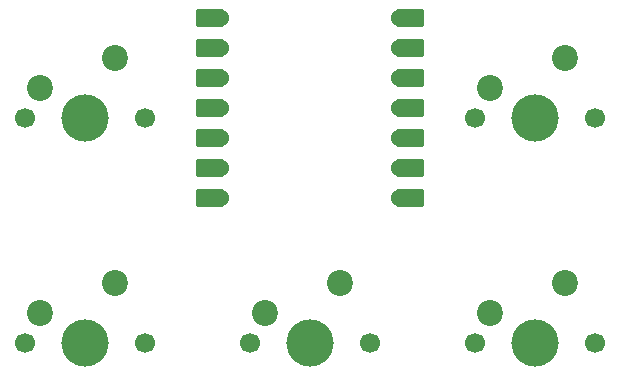
<source format=gbr>
%TF.GenerationSoftware,KiCad,Pcbnew,9.0.2-9.0.2-0~ubuntu24.04.1*%
%TF.CreationDate,2025-08-01T01:18:43+01:00*%
%TF.ProjectId,cadpadPCB,63616470-6164-4504-9342-2e6b69636164,rev?*%
%TF.SameCoordinates,Original*%
%TF.FileFunction,Soldermask,Top*%
%TF.FilePolarity,Negative*%
%FSLAX46Y46*%
G04 Gerber Fmt 4.6, Leading zero omitted, Abs format (unit mm)*
G04 Created by KiCad (PCBNEW 9.0.2-9.0.2-0~ubuntu24.04.1) date 2025-08-01 01:18:43*
%MOMM*%
%LPD*%
G01*
G04 APERTURE LIST*
G04 Aperture macros list*
%AMRoundRect*
0 Rectangle with rounded corners*
0 $1 Rounding radius*
0 $2 $3 $4 $5 $6 $7 $8 $9 X,Y pos of 4 corners*
0 Add a 4 corners polygon primitive as box body*
4,1,4,$2,$3,$4,$5,$6,$7,$8,$9,$2,$3,0*
0 Add four circle primitives for the rounded corners*
1,1,$1+$1,$2,$3*
1,1,$1+$1,$4,$5*
1,1,$1+$1,$6,$7*
1,1,$1+$1,$8,$9*
0 Add four rect primitives between the rounded corners*
20,1,$1+$1,$2,$3,$4,$5,0*
20,1,$1+$1,$4,$5,$6,$7,0*
20,1,$1+$1,$6,$7,$8,$9,0*
20,1,$1+$1,$8,$9,$2,$3,0*%
G04 Aperture macros list end*
%ADD10C,1.700000*%
%ADD11C,4.000000*%
%ADD12C,2.200000*%
%ADD13RoundRect,0.152400X1.063600X0.609600X-1.063600X0.609600X-1.063600X-0.609600X1.063600X-0.609600X0*%
%ADD14C,1.524000*%
%ADD15RoundRect,0.152400X-1.063600X-0.609600X1.063600X-0.609600X1.063600X0.609600X-1.063600X0.609600X0*%
G04 APERTURE END LIST*
D10*
%TO.C,SW1*%
X109220000Y-54768750D03*
D11*
X114300000Y-54768750D03*
D10*
X119380000Y-54768750D03*
D12*
X116840000Y-49688750D03*
X110490000Y-52228750D03*
%TD*%
D10*
%TO.C,SW5*%
X147320000Y-54768750D03*
D11*
X152400000Y-54768750D03*
D10*
X157480000Y-54768750D03*
D12*
X154940000Y-49688750D03*
X148590000Y-52228750D03*
%TD*%
D10*
%TO.C,SW2*%
X109220000Y-73818750D03*
D11*
X114300000Y-73818750D03*
D10*
X119380000Y-73818750D03*
D12*
X116840000Y-68738750D03*
X110490000Y-71278750D03*
%TD*%
D13*
%TO.C,U1*%
X124895000Y-46260000D03*
D14*
X125730000Y-46260000D03*
D13*
X124895000Y-48800000D03*
D14*
X125730000Y-48800000D03*
D13*
X124895000Y-51340000D03*
D14*
X125730000Y-51340000D03*
D13*
X124895000Y-53880000D03*
D14*
X125730000Y-53880000D03*
D13*
X124895000Y-56420000D03*
D14*
X125730000Y-56420000D03*
D13*
X124895000Y-58960000D03*
D14*
X125730000Y-58960000D03*
D13*
X124895000Y-61500000D03*
D14*
X125730000Y-61500000D03*
X140970000Y-61500000D03*
D15*
X141805000Y-61500000D03*
D14*
X140970000Y-58960000D03*
D15*
X141805000Y-58960000D03*
D14*
X140970000Y-56420000D03*
D15*
X141805000Y-56420000D03*
D14*
X140970000Y-53880000D03*
D15*
X141805000Y-53880000D03*
D14*
X140970000Y-51340000D03*
D15*
X141805000Y-51340000D03*
D14*
X140970000Y-48800000D03*
D15*
X141805000Y-48800000D03*
D14*
X140970000Y-46260000D03*
D15*
X141805000Y-46260000D03*
%TD*%
D10*
%TO.C,SW3*%
X128270000Y-73818750D03*
D11*
X133350000Y-73818750D03*
D10*
X138430000Y-73818750D03*
D12*
X135890000Y-68738750D03*
X129540000Y-71278750D03*
%TD*%
D10*
%TO.C,SW4*%
X147320000Y-73818750D03*
D11*
X152400000Y-73818750D03*
D10*
X157480000Y-73818750D03*
D12*
X154940000Y-68738750D03*
X148590000Y-71278750D03*
%TD*%
M02*

</source>
